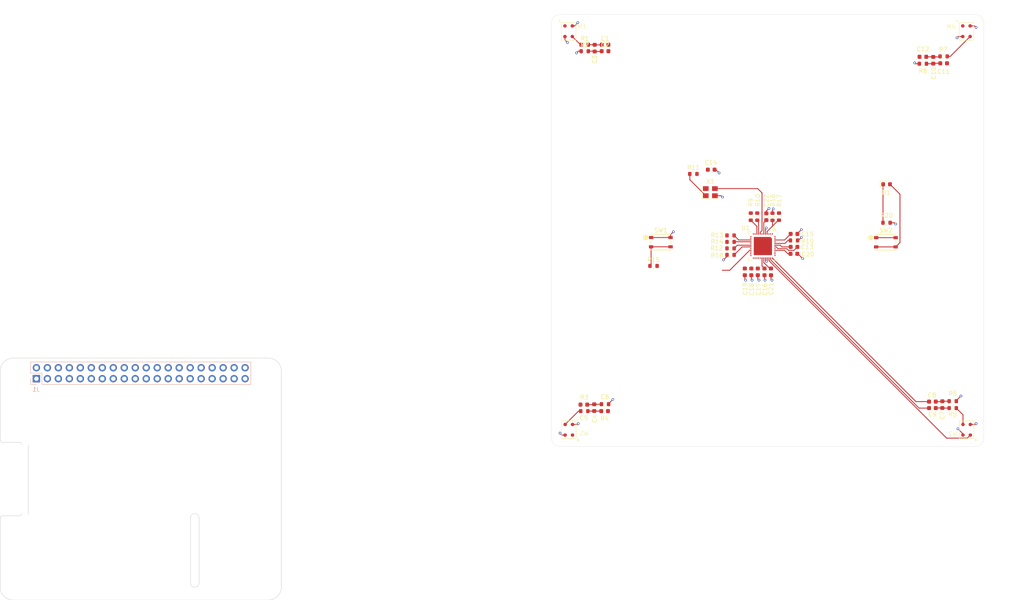
<source format=kicad_pcb>
(kicad_pcb (version 20240108) (generator "pcbnew") (generator_version "8.0")
  (layers (0 "F.Cu" signal) (1 "In1.Cu" signal) (2 "In2.Cu" signal) (31 "B.Cu" signal) (34 "B.Paste" user) (35 "F.Paste" user) (36 "B.SilkS" user "B.Silkscreen") (37 "F.SilkS" user "F.Silkscreen") (38 "B.Mask" user) (39 "F.Mask" user) (44 "Edge.Cuts" user))
  (net 0 "")
  (net 1 "Net-(U1-MIC1P)")
  (net 2 "Net-(C1-Pad1)")
  (net 3 "Net-(U1-MIC1N)")
  (net 4 "Net-(C2-Pad1)")
  (net 5 "Net-(C4-Pad1)")
  (net 6 "Net-(C4-Pad2)")
  (net 7 "Net-(U1-MIC2N)")
  (net 8 "Net-(U1-MIC2P)")
  (net 9 "Net-(C7-Pad1)")
  (net 10 "Net-(C7-Pad2)")
  (net 11 "Net-(U1-MIC3N)")
  (net 12 "Net-(U1-MIC3P)")
  (net 13 "Net-(C10-Pad1)")
  (net 14 "Net-(C10-Pad2)")
  (net 15 "Net-(U1-MIC4N)")
  (net 16 "Net-(U1-MIC4P)")
  (net 17 "Net-(U1-CP-VPN)")
  (net 18 "Net-(U1-CP-VPP)")
  (net 19 "GND")
  (net 20 "+3.3V")
  (net 21 "Net-(U1-DLDOOUT)")
  (net 22 "Net-(U1-VREF)")
  (net 23 "Net-(U1-ALDOOUT)")
  (net 24 "Net-(U1-AVCC-ANA2)")
  (net 25 "Net-(U1-VRFP)")
  (net 26 "Net-(U1-CPOUT)")
  (net 27 "/SCLK")
  (net 29 "Net-(J1-Pin_37)")
  (net 32 "/BCLK")
  (net 34 "/SDA")
  (net 40 "+5V")
  (net 51 "/LRCK")
  (net 53 "/SDOUT1")
  (net 57 "Net-(M1-VDD)")
  (net 58 "Net-(M1-OUT)")
  (net 59 "Net-(M2-OUT)")
  (net 60 "Net-(M2-VDD)")
  (net 61 "Net-(M3-OUT)")
  (net 62 "Net-(M3-VDD)")
  (net 63 "Net-(M4-VDD)")
  (net 64 "Net-(M4-OUT)")
  (net 65 "Net-(X1-EN)")
  (net 66 "Net-(U1-LRCK)")
  (net 67 "Net-(U1-BCLK)")
  (net 68 "Net-(U1-SDOUT1)")
  (net 69 "Net-(U1-DEV-ID0)")
  (net 70 "Net-(U1-RSTn)")
  (net 71 "Net-(U1-CPEN)")
  (net 77 "Net-(U1-MCLK)")
  (net 78 "Net-(D1-K)")
  (net 79 "Net-(D1-A)")
  (footprint "MountingHole:MountingHole_2.7mm_M2.5" (layer "F.Cu") (at 97.03 177.83)
    (property "Reference" "MH4" (hide yes))
    (property "Value" "MountingHole_2.7mm_M2.5" (hide yes))
  )
  (footprint "ccb_resistor:R_0603_1608Metric" (layer "F.Cu") (at 215.625 92.595 -90)
    (property "Reference" "R17")
    (property "Value" "10k")
  )
  (footprint "ccb_resistor:R_0603_1608Metric" (layer "F.Cu") (at 214.125 92.62 90)
    (property "Reference" "R16")
    (property "Value" "10k")
  )
  (footprint "ccb_capacitor:C_0603_1608Metric" (layer "F.Cu") (at 173 53.6 -90)
    (property "Reference" "C3")
    (property "Value" "68n")
  )
  (footprint "MountingHole:MountingHole_2.7mm_M2.5" (layer "F.Cu") (at 39.03 128.83)
    (property "Reference" "MH1" (hide yes))
    (property "Value" "MountingHole_2.7mm_M2.5" (hide yes))
  )
  (footprint "ccb_resistor:R_0603_1608Metric" (layer "F.Cu") (at 209.1 92.6 90)
    (property "Reference" "R9")
    (property "Value" "10k")
  )
  (footprint "ccb_capacitor:C_0603_1608Metric" (layer "F.Cu") (at 209.225 105.37 90)
    (property "Reference" "C18")
    (property "Value" "1u")
  )
  (footprint "ccb_resistor:R_0603_1608Metric" (layer "F.Cu") (at 240.5 94 180)
    (property "Reference" "R20")
    (property "Value" "1k")
  )
  (footprint "ccb_resistor:R_0603_1608Metric" (layer "F.Cu") (at 204.425 96.945)
    (property "Reference" "R13")
    (property "Value" "20R")
  )
  (footprint "MountingHole:MountingHole_2.7mm_M2.5" (layer "F.Cu") (at 97.03 128.83)
    (property "Reference" "MH2" (hide yes))
    (property "Value" "MountingHole_2.7mm_M2.5" (hide yes))
  )
  (footprint "ccb_microphone:MSM321A3729H8HP-C_FP" (layer "F.Cu") (at 167 141.8 180)
    (property "Reference" "M2")
    (property "Value" "MSM321A3729H9HP-C1" (hide yes))
  )
  (footprint "ccb_resistor:R_0603_1608Metric" (layer "F.Cu") (at 248.9 57.2)
    (property "Reference" "R8")
    (property "Value" "50R")
  )
  (footprint "ccb_capacitor:C_0603_1608Metric" (layer "F.Cu") (at 170.5 136.1 180)
    (property "Reference" "C5")
    (property "Value" "100n")
  )
  (footprint "ccb_capacitor:C_0603_1608Metric" (layer "F.Cu") (at 219.075 101.195 180)
    (property "Reference" "C20")
    (property "Value" "1u")
  )
  (footprint "MountingHole:MountingHole_2.7mm_M2.5" (layer "F.Cu") (at 39.03 177.83)
    (property "Reference" "MH3" (hide yes))
    (property "Value" "MountingHole_2.7mm_M2.5" (hide yes))
  )
  (footprint "ccb_package_DFN_QFN:AC108" (layer "F.Cu") (at 211.9 99.4 -90)
    (property "Reference" "U1")
    (property "Value" "AC108")
  )
  (footprint "ccb_capacitor:C_0603_1608Metric" (layer "F.Cu") (at 253.4 136.1 90)
    (property "Reference" "C7")
    (property "Value" "68n")
  )
  (footprint "ccb_capacitor:C_0603_1608Metric" (layer "F.Cu") (at 175.4 52.8)
    (property "Reference" "C1")
    (property "Value" "100n")
  )
  (footprint "ccb_capacitor:C_0603_1608Metric" (layer "F.Cu") (at 210.725 105.37 90)
    (property "Reference" "C17")
    (property "Value" "1u")
  )
  (footprint "ccb_microphone:MSM321A3729H8HP-C_FP" (layer "F.Cu") (at 167 49.8)
    (property "Reference" "M1")
    (property "Value" "MSM321A3729H9HP-C1" (hide yes))
  )
  (footprint "ccb_resistor:R_0603_1608Metric" (layer "F.Cu") (at 204.425 98.445)
    (property "Reference" "R14")
    (property "Value" "20R")
  )
  (footprint "ccb_resistor:R_0603_1608Metric" (layer "F.Cu") (at 170.6 137.6)
    (property "Reference" "R3")
    (property "Value" "50R")
  )
  (footprint "Oscillator:Oscillator_SMD_Abracon_ASE-4Pin_3.2x2.5mm" (layer "F.Cu") (at 199.75 86.925)
    (property "Reference" "X1")
    (property "Value" "ASE-xxxMHz")
  )
  (footprint "ccb_resistor:R_0603_1608Metric" (layer "F.Cu") (at 210.6 92.6 90)
    (property "Reference" "R10")
    (property "Value" "10k")
  )
  (footprint "ccb_resistor:R_0603_1608Metric" (layer "F.Cu") (at 175.4 136 180)
    (property "Reference" "R4")
    (property "Value" "50R")
  )
  (footprint "ccb_capacitor:C_0603_1608Metric" (layer "F.Cu") (at 213.775 105.37 90)
    (property "Reference" "C21")
    (property "Value" "1u")
  )
  (footprint "ccb_resistor:R_0603_1608Metric" (layer "F.Cu") (at 253.7 55.5 180)
    (property "Reference" "R7")
    (property "Value" "50R")
  )
  (footprint "ccb_capacitor:C_0603_1608Metric" (layer "F.Cu") (at 199.95 81.725 180)
    (property "Reference" "C14")
    (property "Value" "100n")
  )
  (footprint "ccb_capacitor:C_0603_1608Metric" (layer "F.Cu") (at 219.1 96.595 180)
    (property "Reference" "C15")
    (property "Value" "1u")
  )
  (footprint "ccb_resistor:R_0603_1608Metric" (layer "F.Cu") (at 204.425 99.945)
    (property "Reference" "R12")
    (property "Value" "20R")
  )
  (footprint "ccb_capacitor:C_0603_1608Metric" (layer "F.Cu") (at 207.725 105.37 90)
    (property "Reference" "C19")
    (property "Value" "1u")
  )
  (footprint "ccb_resistor:R_0603_1608Metric" (layer "F.Cu") (at 219.1 98.1 180)
    (property "Reference" "R19")
    (property "Value" "10k")
  )
  (footprint "ccb_capacitor:C_0603_1608Metric" (layer "F.Cu") (at 212.7 92.62 -90)
    (property "Reference" "C22")
    (property "Value" "10u")
  )
  (footprint "ccb_resistor:R_0603_1608Metric" (layer "F.Cu") (at 170.7 54.3)
    (property "Reference" "R2")
    (property "Value" "50R")
  )
  (footprint "ccb_button_switch:PTS815_SJM_250_SMTR_LFS" (layer "F.Cu") (at 188.3 98.5)
    (property "Reference" "SW1")
    (property "Value" "PTS815_SJM_250_SMTR_LFS")
  )
  (footprint "ccb_resistor:R_0603_1608Metric" (layer "F.Cu") (at 204.425 101.445)
    (property "Reference" "R18")
    (property "Value" "10k")
  )
  (footprint "ccb_capacitor:C_0603_1608Metric" (layer "F.Cu") (at 251.1 136.9 180)
    (property "Reference" "C9")
    (property "Value" "100n")
  )
  (footprint "ccb_resistor:R_0603_1608Metric" (layer "F.Cu") (at 195.825 82.705)
    (property "Reference" "R11")
    (property "Value" "10k")
  )
  (footprint "ccb_capacitor:C_0603_1608Metric" (layer "F.Cu") (at 172.9 136.8 90)
    (property "Reference" "C4")
    (property "Value" "68n")
  )
  (footprint "ccb_resistor:R_0603_1608Metric" (layer "F.Cu") (at 170.7 52.8)
    (property "Reference" "R1")
    (property "Value" "50R")
  )
  (footprint "ccb_resistor:R_0603_1608Metric" (layer "F.Cu") (at 255.8 136.9 180)
    (property "Reference" "R5")
    (property "Value" "50R")
  )
  (footprint "ccb_capacitor:C_0603_1608Metric" (layer "F.Cu") (at 253.7 57.1)
    (property "Reference" "C11")
    (property "Value" "100n")
  )
  (footprint "ccb_capacitor:C_0603_1608Metric" (layer "F.Cu") (at 251.3 56.4 -90)
    (property "Reference" "C10")
    (property "Value" "68n")
  )
  (footprint "ccb_capacitor:C_0603_1608Metric" (layer "F.Cu") (at 175.4 54.3)
    (property "Reference" "C2")
    (property "Value" "100n")
  )
  (footprint "ccb_capacitor:C_0603_1608Metric" (layer "F.Cu") (at 248.9 55.6 180)
    (property "Reference" "C12")
    (property "Value" "100n")
  )
  (footprint "ccb_button_switch:PTS815_SJM_250_SMTR_LFS" (layer "F.Cu") (at 240.350001 98.525001)
    (property "Reference" "SW2")
    (property "Value" "PTS815_SJM_250_SMTR_LFS")
  )
  (footprint "ccb_resistor:R_0603_1608Metric" (layer "F.Cu") (at 255.8 135.3 180)
    (property "Reference" "R6")
    (property "Value" "50R")
  )
  (footprint "ccb_capacitor:C_0603_1608Metric" (layer "F.Cu") (at 212.275 105.37 90)
    (property "Reference" "C16")
    (property "Value" "1u")
  )
  (footprint "ccb_capacitor:C_0603_1608Metric" (layer "F.Cu") (at 251.1 135.4 180)
    (property "Reference" "C8")
    (property "Value" "100n")
  )
  (footprint "ccb_resistor:R_0603_1608Metric" (layer "F.Cu") (at 186.6097 104)
    (property "Reference" "R15")
    (property "Value" "10k")
  )
  (footprint "ccb_microphone:MSM321A3729H8HP-C_FP" (layer "F.Cu") (at 259 141.8 180)
    (property "Reference" "M3")
    (property "Value" "MSM321A3729H9HP-C1" (hide yes))
  )
  (footprint "ccb_LED:LED_0603_1608Metric" (layer "F.Cu") (at 240.5 85.1)
    (property "Reference" "D1")
    (property "Value" "BLUE 0603")
  )
  (footprint "ccb_capacitor:C_0603_1608Metric" (layer "F.Cu") (at 175.3 137.6)
    (property "Reference" "C6")
    (property "Value" "100n")
  )
  (footprint "ccb_capacitor:C_0603_1608Metric" (layer "F.Cu") (at 219.1 99.6 180)
    (property "Reference" "C13")
    (property "Value" "100n")
  )
  (footprint "ccb_microphone:MSM321A3729H8HP-C_FP" (layer "F.Cu") (at 259 49.8)
    (property "Reference" "M4")
    (property "Value" "MSM321A3729H9HP-C1" (hide yes))
  )
  (footprint "Connector_PinSocket_2.54mm:PinSocket_2x20_P2.54mm_Vertical" (layer "B.Cu") (at 43.9 130.1 -90)
    (property "Reference" "J1")
    (property "Value" "Conn_02x20_Odd_Even")
  )
  (gr_arc (start 81.53 177.33) (mid 80.53 178.33) (end 79.53 177.33) (stroke (width 0.1)) (layer "Edge.Cuts"))
  (gr_line (start 35.53 162.33) (end 35.53 178.33) (stroke (width 0.1)) (layer "Edge.Cuts"))
  (gr_arc (start 40.53 161.33) (mid 40.383553 161.683553) (end 40.03 161.83) (stroke (width 0.1)) (layer "Edge.Cuts"))
  (gr_line (start 163 143.8) (end 163 47.8) (stroke (width 0.05)) (layer "Edge.Cuts"))
  (gr_line (start 81.53 162.33) (end 81.53 177.33) (stroke (width 0.1)) (layer "Edge.Cuts"))
  (gr_line (start 261 145.8) (end 165 145.8) (stroke (width 0.05)) (layer "Edge.Cuts"))
  (gr_arc (start 40.03 144.83) (mid 40.383553 144.976447) (end 40.53 145.33) (stroke (width 0.1)) (layer "Edge.Cuts"))
  (gr_line (start 79.53 177.33) (end 79.53 162.33) (stroke (width 0.1)) (layer "Edge.Cuts"))
  (gr_arc (start 38.53 181.33) (mid 36.40868 180.45132) (end 35.53 178.33) (stroke (width 0.1)) (layer "Edge.Cuts"))
  (gr_line (start 165 45.8) (end 261 45.8) (stroke (width 0.05)) (layer "Edge.Cuts"))
  (gr_line (start 263 47.8) (end 263 143.8) (stroke (width 0.05)) (layer "Edge.Cuts"))
  (gr_line (start 36.03 144.83) (end 40.03 144.83) (stroke (width 0.1)) (layer "Edge.Cuts"))
  (gr_arc (start 263 143.8) (mid 262.414214 145.214214) (end 261 145.8) (stroke (width 0.05)) (layer "Edge.Cuts"))
  (gr_arc (start 97.53 125.33) (mid 99.65132 126.20868) (end 100.53 128.33) (stroke (width 0.1)) (layer "Edge.Cuts"))
  (gr_arc (start 100.53 178.33) (mid 99.65132 180.45132) (end 97.53 181.33) (stroke (width 0.1)) (layer "Edge.Cuts"))
  (gr_line (start 42.03 145.48) (end 42.03 161.48) (stroke (width 0.1)) (layer "Edge.Cuts"))
  (gr_line (start 40.03 161.83) (end 36.03 161.83) (stroke (width 0.1)) (layer "Edge.Cuts"))
  (gr_line (start 100.53 178.33) (end 100.53 128.33) (stroke (width 0.1)) (layer "Edge.Cuts"))
  (gr_line (start 38.53 181.33) (end 97.53 181.33) (stroke (width 0.1)) (layer "Edge.Cuts"))
  (gr_arc (start 163 47.8) (mid 163.585786 46.385786) (end 165 45.8) (stroke (width 0.05)) (layer "Edge.Cuts"))
  (gr_arc (start 35.53 162.33) (mid 35.676138 161.976755) (end 36.029127 161.830001) (stroke (width 0.1)) (layer "Edge.Cuts"))
  (gr_arc (start 79.53 162.33) (mid 80.53 161.33) (end 81.53 162.33) (stroke (width 0.1)) (layer "Edge.Cuts"))
  (gr_line (start 35.53 128.33) (end 35.53 144.33) (stroke (width 0.1)) (layer "Edge.Cuts"))
  (gr_arc (start 165 145.8) (mid 163.585786 145.214214) (end 163 143.8) (stroke (width 0.05)) (layer "Edge.Cuts"))
  (gr_line (start 97.53 125.33) (end 38.53 125.33) (stroke (width 0.1)) (layer "Edge.Cuts"))
  (gr_arc (start 35.53 128.33) (mid 36.40868 126.20868) (end 38.53 125.33) (stroke (width 0.1)) (layer "Edge.Cuts"))
  (gr_arc (start 261 45.8) (mid 262.414214 46.385786) (end 263 47.8) (stroke (width 0.05)) (layer "Edge.Cuts"))
  (gr_arc (start 36.03 144.83) (mid 35.676447 144.683553) (end 35.53 144.33) (stroke (width 0.1)) (layer "Edge.Cuts"))
  (segment (start 172.975 52.8) (end 173 52.825) (width 0.2) (layer "F.Cu") (net 2))
  (segment (start 173 52.825) (end 174.6 52.825) (width 0.2) (layer "F.Cu") (net 2))
  (segment (start 174.6 52.825) (end 174.625 52.8) (width 0.2) (layer "F.Cu") (net 2))
  (segment (start 171.525 52.8) (end 172.975 52.8) (width 0.2) (layer "F.Cu") (net 2))
  (segment (start 172.925 54.3) (end 173 54.375) (width 0.2) (layer "F.Cu") (net 4))
  (segment (start 173 54.375) (end 174.55 54.375) (width 0.2) (layer "F.Cu") (net 4))
  (segment (start 171.525 54.3) (end 172.925 54.3) (width 0.2) (layer "F.Cu") (net 4))
  (segment (start 174.55 54.375) (end 174.625 54.3) (width 0.2) (layer "F.Cu") (net 4))
  (segment (start 172.875 137.6) (end 172.9 137.575) (width 0.2) (layer "F.Cu") (net 5))
  (segment (start 174.525 137.6) (end 172.925 137.6) (width 0.2) (layer "F.Cu") (net 5))
  (segment (start 172.925 137.6) (end 172.9 137.575) (width 0.2) (layer "F.Cu") (net 5))
  (segment (start 171.425 137.6) (end 172.875 137.6) (width 0.2) (layer "F.Cu") (net 5))
  (segment (start 171.275 136.1) (end 172.825 136.1) (width 0.2) (layer "F.Cu") (net 6))
  (segment (start 174.55 136.025) (end 174.575 136) (width 0.2) (layer "F.Cu") (net 6))
  (segment (start 172.825 136.1) (end 172.9 136.025) (width 0.2) (layer "F.Cu") (net 6))
  (segment (start 172.9 136.025) (end 174.55 136.025) (width 0.2) (layer "F.Cu") (net 6))
  (segment (start 254.975 136.9) (end 253.425 136.9) (width 0.2) (layer "F.Cu") (net 9))
  (segment (start 253.4 136.875) (end 251.9 136.875) (width 0.2) (layer "F.Cu") (net 9))
  (segment (start 253.425 136.9) (end 253.4 136.875) (width 0.2) (layer "F.Cu") (net 9))
  (segment (start 251.9 136.875) (end 251.875 136.9) (width 0.2) (layer "F.Cu") (net 9))
  (segment (start 251.875 135.4) (end 253.325 135.4) (width 0.2) (layer "F.Cu") (net 10))
  (segment (start 254.95 135.325) (end 254.975 135.3) (width 0.2) (layer "F.Cu") (net 10))
  (segment (start 253.4 135.325) (end 254.95 135.325) (width 0.2) (layer "F.Cu") (net 10))
  (segment (start 253.325 135.4) (end 253.4 135.325) (width 0.2) (layer "F.Cu") (net 10))
  (segment (start 250.325 135.4) (end 247.3 135.4) (width 0.2) (layer "F.Cu") (net 11))
  (segment (start 247.3 135.4) (end 214.1 102.2) (width 0.2) (layer "F.Cu") (net 11))
  (segment (start 250.325 136.9) (end 248 136.9) (width 0.2) (layer "F.Cu") (net 12))
  (segment (start 248 136.9) (end 213.7 102.6) (width 0.2) (layer "F.Cu") (net 12))
  (segment (start 213.7 102.6) (end 213.7 102.2) (width 0.2) (layer "F.Cu") (net 12))
  (segment (start 252.75 55.625) (end 252.875 55.5) (width 0.2) (layer "F.Cu") (net 13))
  (segment (start 251.275 55.6) (end 251.3 55.625) (width 0.2) (layer "F.Cu") (net 13))
  (segment (start 249.675 55.6) (end 251.275 55.6) (width 0.2) (layer "F.Cu") (net 13))
  (segment (start 251.3 55.625) (end 252.75 55.625) (width 0.2) (layer "F.Cu") (net 13))
  (segment (start 251.375 57.1) (end 251.3 57.175) (width 0.2) (layer "F.Cu") (net 14))
  (segment (start 251.275 57.2) (end 251.3 57.175) (width 0.2) (layer "F.Cu") (net 14))
  (segment (start 249.725 57.2) (end 251.275 57.2) (width 0.2) (layer "F.Cu") (net 14))
  (segment (start 252.925 57.1) (end 251.375 57.1) (width 0.2) (layer "F.Cu") (net 14))
  (segment (start 215.365685 100) (end 217.431304 100) (width 0.2) (layer "F.Cu") (net 17))
  (segment (start 217.431304 100) (end 217.851304 100.42) (width 0.2) (layer "F.Cu") (net 17))
  (segment (start 217.851304 100.42) (end 219.055 100.42) (width 0.2) (layer "F.Cu") (net 17))
  (segment (start 214.965685 99.6) (end 215.365685 100) (width 0.2) (layer "F.Cu") (net 17))
  (segment (start 219.055 100.42) (end 219.875 99.6) (width 0.2) (layer "F.Cu") (net 17))
  (segment (start 214.7 99.6) (end 214.965685 99.6) (width 0.2) (layer "F.Cu") (net 17))
  (segment (start 218.325 99.6) (end 216.3 99.6) (width 0.2) (layer "F.Cu") (net 18))
  (segment (start 216.3 99.6) (end 215.9 99.2) (width 0.2) (layer "F.Cu") (net 18))
  (segment (start 215.9 99.2) (end 214.7 99.2) (width 0.2) (layer "F.Cu") (net 18))
  (segment (start 212.9 102.8) (end 212.726113 102.973887) (width 0.2) (layer "F.Cu") (net 19))
  (segment (start 165.45 143.15) (end 165 142.7) (width 0.2) (layer "F.Cu") (net 19))
  (segment (start 201.025 81.725) (end 201.775 82.475) (width 0.2) (layer "F.Cu") (net 19))
  (segment (start 209.225 107.125) (end 209.4 107.3) (width 0.2) (layer "F.Cu") (net 19))
  (segment (start 169.875 54.3) (end 169.2 54.3) (width 0.2) (layer "F.Cu") (net 19))
  (segment (start 258.175 142.875) (end 257 141.7) (width 0.2) (layer "F.Cu") (net 19))
  (segment (start 248.075 57.2) (end 247.2 57.2) (width 0.2) (layer "F.Cu") (net 19))
  (segment (start 219.925 98.1) (end 220.1 98.1) (width 0.2) (layer "F.Cu") (net 19))
  (segment (start 259.875 140.69) (end 261.01 140.69) (width 0.2) (layer "F.Cu") (net 19))
  (segment (start 257.09 50.91) (end 256.8 51.2) (width 0.2) (layer "F.Cu") (net 19))
  (segment (start 219.995 101.195) (end 221.1 102.3) (width 0.2) (layer "F.Cu") (net 19))
  (segment (start 212.275 106.145) (end 212.275 107.175) (width 0.2) (layer "F.Cu") (net 19))
  (segment (start 190.550001 96.749999) (end 191.2 96.1) (width 0.2) (layer "F.Cu") (net 19))
  (segment (start 219.875 96.595) (end 219.875 96.525) (width 0.2) (layer "F.Cu") (net 19))
  (segment (start 212.5 102.2) (end 212.5 102.747774) (width 0.2) (layer "F.Cu") (net 19))
  (segment (start 210.725 107.025) (end 211 107.3) (width 0.2) (layer "F.Cu") (net 19))
  (segment (start 166.125 50.91) (end 166.125 51.725) (width 0.2) (layer "F.Cu") (net 19))
  (segment (start 212.7 91.3) (end 213.3 90.7) (width 0.2) (layer "F.Cu") (net 19))
  (segment (start 256.625 135.175) (end 257.7 134.1) (width 0.2) (layer "F.Cu") (net 19))
  (segment (start 260.85 48.45) (end 261.2 48.8) (width 0.2) (layer "F.Cu") (net 19))
  (segment (start 220.1 98.1) (end 220.8 97.4) (width 0.2) (layer "F.Cu") (net 19))
  (segment (start 200.8 87.75) (end 202.25 87.75) (width 0.2) (layer "F.Cu") (net 19))
  (segment (start 219.85 101.195) (end 219.995 101.195) (width 0.2) (layer "F.Cu") (net 19))
  (segment (start 212.5 96.6) (end 212.5 95.4) (width 0.2) (layer "F.Cu") (net 19))
  (segment (start 259.825 48.45) (end 260.85 48.45) (width 0.2) (layer "F.Cu") (net 19))
  (segment (start 247.2 57.2) (end 247 57) (width 0.2) (layer "F.Cu") (net 19))
  (segment (start 207.725 106.145) (end 207.725 107.125) (width 0.2) (layer "F.Cu") (net 19))
  (segment (start 214.125 90.975) (end 214.3 90.8) (width 0.2) (layer "F.Cu") (net 19))
  (segment (start 219.875 96.525) (end 220.8 95.6) (width 0.2) (layer "F.Cu") (net 19))
  (segment (start 167.825 48.45) (end 168.35 48.45) (width 0.2) (layer "F.Cu") (net 19))
  (segment (start 203.6 101.445) (end 203.6 101.8) (width 0.2) (layer "F.Cu") (net 19))
  (segment (start 209.225 106.145) (end 209.225 107.125) (width 0.2) (layer "F.Cu") (net 19))
  (segment (start 212.5 95.4) (end 212.7 95.2) (width 0.2) (layer "F.Cu") (net 19))
  (segment (start 169.01 140.69) (end 169.2 140.5) (width 0.2) (layer "F.Cu") (net 19))
  (segment (start 176.225 135.875) (end 177.2 134.9) (width 0.2) (layer "F.Cu") (net 19))
  (segment (start 212.275 107.175) (end 212.4 107.3) (width 0.2) (layer "F.Cu") (net 19))
  (segment (start 166.175 143.15) (end 165.45 143.15) (width 0.2) (layer "F.Cu") (net 19))
  (segment (start 203.6 101.8) (end 202.8 102.6) (width 0.2) (layer "F.Cu") (net 19))
  (segment (start 213.775 107.075) (end 214 107.3) (width 0.2) (layer "F.Cu") (net 19))
  (segment (start 213.775 106.145) (end 213.775 107.075) (width 0.2) (layer "F.Cu") (net 19))
  (segment (start 212.5 102.747774) (end 212.726113 102.973887) (width 0.2) (layer "F.Cu") (net 19))
  (segment (start 166.125 51.725) (end 166.7 52.3) (width 0.2) (layer "F.Cu") (net 19))
  (segment (start 210.725 106.145) (end 210.725 107.025) (width 0.2) (layer "F.Cu") (net 19))
  (segment (start 190.550001 97.425001) (end 190.550001 96.749999) (width 0.2) (layer "F.Cu") (net 19))
  (segment (start 207.725 107.125) (end 207.9 107.3) (width 0.2) (layer "F.Cu") (net 19))
  (segment (start 168.35 48.45) (end 169.1 47.7) (width 0.2) (layer "F.Cu") (net 19))
  (segment (start 258.175 143.15) (end 258.175 142.875) (width 0.2) (layer "F.Cu") (net 19))
  (segment (start 214.125 91.795) (end 214.125 90.975) (width 0.2) (layer "F.Cu") (net 19))
  (segment (start 212.9 102.2) (end 212.9 102.8) (width 0.2) (layer "F.Cu") (net 19))
  (segment (start 212.7 91.845) (end 212.7 91.3) (width 0.2) (layer "F.Cu") (net 19))
  (segment (start 200.725 81.725) (end 201.025 81.725) (width 0.2) (layer "F.Cu") (net 19))
  (segment (start 242.3 94) (end 242.6 94.3) (width 0.2) (layer "F.Cu") (net 19))
  (segment (start 202.25 87.75) (end 202.575 88.075) (width 0.2) (layer "F.Cu") (net 19))
  (segment (start 176.225 136) (end 176.225 135.875) (width 0.2) (layer "F.Cu") (net 19))
  (segment (start 212.9 102.2) (end 212.9 102.3) (width 0.2) (layer "F.Cu") (net 19))
  (segment (start 261.01 140.69) (end 261.2 140.5) (width 0.2) (layer "F.Cu") (net 19))
  (segment (start 258.125 50.91) (end 257.09 50.91) (width 0.2) (layer "F.Cu") (net 19))
  (segment (start 241.325 94) (end 242.3 94) (width 0.2) (layer "F.Cu") (net 19))
  (segment (start 186.049999 97.425001) (end 190.550001 97.425001) (width 0.2) (layer "F.Cu") (net 19))
  (segment (start 256.625 135.3) (end 256.625 135.175) (width 0.2) (layer "F.Cu") (net 19))
  (segment (start 169.2 54.3) (end 168.8 54.7) (width 0.2) (layer "F.Cu") (net 19))
  (segment (start 167.875 140.69) (end 169.01 140.69) (width 0.2) (layer "F.Cu") (net 19))
  (via (at 212.4 107.3) (size 0.6) (drill 0.3) (layers "F.Cu" "B.Cu") (net 19))
  (via (at 257 141.7) (size 0.6) (drill 0.3) (layers "F.Cu" "B.Cu") (net 19))
  (via (at 214 107.3) (size 0.6) (drill 0.3) (layers "F.Cu" "B.Cu") (net 19))
  (via (at 213.3 90.7) (size 0.6) (drill 0.3) (layers "F.Cu" "B.Cu") (net 19))
  (via (at 257.7 134.1) (size 0.6) (drill 0.3) (layers "F.Cu" "B.Cu") (net 19))
  (via (at 261.2 48.8) (size 0.6) (drill 0.3) (layers "F.Cu" "B.Cu") (net 19))
  (via (at 211 107.3) (size 0.6) (drill 0.3) (layers "F.Cu" "B.Cu") (net 19))
  (via (at 169.1 47.7) (size 0.6) (drill 0.3) (layers "F.Cu" "B.Cu") (net 19))
  (via (at 212.7 95.2) (size 0.6) (drill 0.3) (layers "F.Cu" "B.Cu") (net 19))
  (via (at 202.8 102.6) (size 0.6) (drill 0.3) (layers "F.Cu" "B.Cu") (net 19))
  (via (at 165 142.7) (size 0.6) (drill 0.3) (layers "F.Cu" "B.Cu") (net 19))
  (via (at 221.1 102.3) (size 0.6) (drill 0.3) (layers "F.Cu" "B.Cu") (net 19))
  (via (at 209.4 107.3) (size 0.6) (drill 0.3) (layers "F.Cu" "B.Cu") (net 19))
  (via (at 201.775 82.475) (size 0.6) (drill 0.3) (layers "F.Cu" "B.Cu") (net 19))
  (via (at 207.9 107.3) (size 0.6) (drill 0.3) (layers "F.Cu" "B.Cu") (net 19))
  (via (at 202.575 88.075) (size 0.6) (drill 0.3) (layers "F.Cu" "B.Cu") (net 19))
  (via (at 169.2 140.5) (size 0.6) (drill 0.3) (layers "F.Cu" "B.Cu") (net 19))
  (via (at 256.8 51.2) (size 0.6) (drill 0.3) (layers "F.Cu" "B.Cu") (net 19))
  (via (at 168.8 54.7) (size 0.6) (drill 0.3) (layers "F.Cu" "B.Cu") (net 19))
  (via (at 166.7 52.3) (size 0.6) (drill 0.3) (layers "F.Cu" "B.Cu") (net 19))
  (via (at 212.726113 102.973887) (size 0.6) (drill 0.3) (layers "F.Cu" "B.Cu") (net 19))
  (via (at 261.2 140.5) (size 0.6) (drill 0.3) (layers "F.Cu" "B.Cu") (net 19))
  (via (at 214.3 90.8) (size 0.6) (drill 0.3) (layers "F.Cu" "B.Cu") (net 19))
  (via (at 191.2 96.1) (size 0.6) (drill 0.3) (layers "F.Cu" "B.Cu") (net 19))
  (via (at 220.8 95.6) (size 0.6) (drill 0.3) (layers "F.Cu" "B.Cu") (net 19))
  (via (at 220.8 97.4) (size 0.6) (drill 0.3) (layers "F.Cu" "B.Cu") (net 19))
  (via (at 247 57) (size 0.6) (drill 0.3) (layers "F.Cu" "B.Cu") (net 19))
  (via (at 242.6 94.3) (size 0.6) (drill 0.3) (layers "F.Cu" "B.Cu") (net 19))
  (via (at 177.2 134.9) (size 0.6) (drill 0.3) (layers "F.Cu" "B.Cu") (net 19))
  (segment (start 218.325 96.595) (end 216.92 98) (width 0.2) (layer "F.Cu") (net 21))
  (segment (start 216.92 98) (end 214.7 98) (width 0.2) (layer "F.Cu") (net 21))
  (segment (start 211.7 104.02) (end 211.7 102.2) (width 0.2) (layer "F.Cu") (net 22))
  (segment (start 212.275 104.595) (end 211.7 104.02) (width 0.2) (layer "F.Cu") (net 22))
  (segment (start 218.3 101.195) (end 217.695 101.195) (width 0.2) (layer "F.Cu") (net 24))
  (segment (start 216.9 100.4) (end 214.7 100.4) (width 0.2) (layer "F.Cu") (net 24))
  (segment (start 217.695 101.195) (end 216.9 100.4) (width 0.2) (layer "F.Cu") (net 24))
  (segment (start 212.1 102.2) (end 212.1 103.196304) (width 0.2) (layer "F.Cu") (net 25))
  (segment (start 213.498696 104.595) (end 213.775 104.595) (width 0.2) (layer "F.Cu") (net 25))
  (segment (start 212.1 103.196304) (end 213.498696 104.595) (width 0.2) (layer "F.Cu") (net 25))
  (segment (start 212.1 93.995) (end 212.7 93.395) (width 0.2) (layer "F.Cu") (net 26))
  (segment (start 212.1 96.6) (end 212.1 93.995) (width 0.2) (layer "F.Cu") (net 26))
  (segment (start 210.9 93.725) (end 210.9 96.6) (width 0.2) (layer "F.Cu") (net 27))
  (segment (start 210.6 93.425) (end 210.9 93.725) (width 0.2) (layer "F.Cu") (net 27))
  (segment (start 186.049999 99.574999) (end 186.049999 103.734701) (width 0.2) (layer "F.Cu") (net 29))
  (segment (start 186.049999 103.734701) (end 185.7847 104) (width 0.2) (layer "F.Cu") (net 29))
  (segment (start 190.550001 99.574999) (end 186.049999 99.574999) (width 0.2) (layer "F.Cu") (net 29))
  (segment (start 209.1 93.425) (end 210.5 94.825) (width 0.2) (layer "F.Cu") (net 34))
  (segment (start 210.5 94.825) (end 210.5 96.6) (width 0.2) (layer "F.Cu") (net 34))
  (segment (start 242.600002 97.450002) (end 238.1 97.450002) (width 0.2) (layer "F.Cu") (net 40))
  (segment (start 208.834315 100.4) (end 209.1 100.4) (width 0.2) (layer "F.Cu") (net 57))
  (segment (start 202.5 105) (end 204.234315 105) (width 0.2) (layer "F.Cu") (net 57))
  (segment (start 204.234315 105) (end 208.834315 100.4) (width 0.2) (layer "F.Cu") (net 57))
  (segment (start 169.715 52.8) (end 167.825 50.91) (width 0.2) (layer "F.Cu") (net 58))
  (segment (start 169.875 52.8) (end 169.715 52.8) (width 0.2) (layer "F.Cu") (net 58))
  (segment (start 169.265 137.6) (end 169.775 137.6) (width 0.2) (layer "F.Cu") (net 59))
  (segment (start 166.175 140.69) (end 169.265 137.6) (width 0.2) (layer "F.Cu") (net 59))
  (segment (start 258.175 140.69) (end 258.175 138.45) (width 0.2) (layer "F.Cu") (net 61))
  (segment (start 258.175 138.45) (end 256.625 136.9) (width 0.2) (layer "F.Cu") (net 61))
  (segment (start 254.384314 143.85) (end 259.175 143.85) (width 0.2) (layer "F.Cu") (net 62))
  (segment (start 213.3 102.765686) (end 254.384314 143.85) (width 0.2) (layer "F.Cu") (net 62))
  (segment (start 259.175 143.85) (end 259.875 143.15) (width 0.2) (layer "F.Cu") (net 62))
  (segment (start 213.3 102.2) (end 213.3 102.765686) (width 0.2) (layer "F.Cu") (net 62))
  (segment (start 255.235 55.5) (end 259.825 50.91) (width 0.2) (layer "F.Cu") (net 64))
  (segment (start 254.525 55.5) (end 255.235 55.5) (width 0.2) (layer "F.Cu") (net 64))
  (segment (start 195 84.05) (end 195 82.705) (width 0.2) (layer "F.Cu") (net 65))
  (segment (start 198.7 87.75) (end 195 84.05) (width 0.2) (layer "F.Cu") (net 65))
  (segment (start 205.25 99.945) (end 205.995 99.2) (width 0.2) (layer "F.Cu") (net 66))
  (segment (start 205.995 99.2) (end 209.1 99.2) (width 0.2) (layer "F.Cu") (net 66))
  (segment (start 206.305 98) (end 205.25 96.945) (width 0.2) (layer "F.Cu") (net 67))
  (segment (start 209.1 98) (end 206.305 98) (width 0.2) (layer "F.Cu") (net 67))
  (segment (start 205.25 98.445) (end 205.295 98.4) (width 0.2) (layer "F.Cu") (net 68))
  (segment (start 205.295 98.4) (end 209.1 98.4) (width 0.2) (layer "F.Cu") (net 68))
  (segment (start 212.9 96) (end 212.9 96.6) (width 0.2) (layer "F.Cu") (net 69))
  (segment (start 214.05 94.85) (end 212.9 96) (width 0.2) (layer "F.Cu") (net 69))
  (segment (start 215.625 93.42) (end 215.48 93.42) (width 0.2) (layer "F.Cu") (net 69))
  (segment (start 215.48 93.42) (end 214.05 94.85) (width 0.2) (layer "F.Cu") (net 69))
  (segment (start 214.125 93.445) (end 214.125 94.775) (width 0.2) (layer "F.Cu") (net 69))
  (segment (start 214.125 94.775) (end 214.05 94.85) (width 0.2) (layer "F.Cu") (net 69))
  (segment (start 207.095 99.6) (end 209.1 99.6) (width 0.2) (layer "F.Cu") (net 70))
  (segment (start 205.25 101.445) (end 207.095 99.6) (width 0.2) (layer "F.Cu") (net 70))
  (segment (start 217 98.8) (end 214.7 98.8) (width 0.2) (layer "F.Cu") (net 71))
  (segment (start 218.275 98.1) (end 217.7 98.1) (width 0.2) (layer "F.Cu") (net 71))
  (segment (start 217.7 98.1) (end 217 98.8) (width 0.2) (layer "F.Cu") (net 71))
  (segment (start 211.7 95.8) (end 211.7 87.1) (width 0.2) (layer "F.Cu") (net 77))
  (segment (start 211.7 87.1) (end 210.7 86.1) (width 0.2) (layer "F.Cu") (net 77))
  (segment (start 211.3 96.6) (end 211.3 96.2) (width 0.2) (layer "F.Cu") (net 77))
  (segment (start 210.7 86.1) (end 200.8 86.1) (width 0.2) (layer "F.Cu") (net 77))
  (segment (start 211.3 96.2) (end 211.7 95.8) (width 0.2) (layer "F.Cu") (net 77))
  (segment (start 239.675 94) (end 239.675 85.1375) (width 0.2) (layer "F.Cu") (net 78))
  (segment (start 239.675 85.1375) (end 239.7125 85.1) (width 0.2) (layer "F.Cu") (net 78))
  (segment (start 243.6 87.4125) (end 243.6 98.600002) (width 0.2) (layer "F.Cu") (net 79))
  (segment (start 238.1 99.6) (end 242.600002 99.6) (width 0.2) (layer "F.Cu") (net 79))
  (segment (start 243.6 98.600002) (end 242.600002 99.6) (width 0.2) (layer "F.Cu") (net 79))
  (segment (start 241.2875 85.1) (end 243.6 87.4125) (width 0.2) (layer "F.Cu") (net 79))
)
</source>
